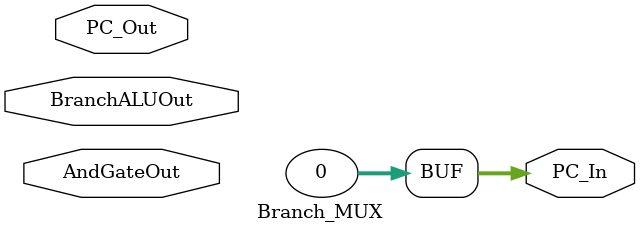
<source format=v>

module Branch_MUX (PC_Out, BranchALUOut, AndGateOut, PC_In);

  input [31:0] PC_Out;
  input [31:0] BranchALUOut;
	input AndGateOut;	
  output reg [31:0] PC_In;

	initial
    begin
		  PC_In <= 0;                   //Initial value of output is set to 0
	  end
	always @(*)
    begin
      case (AndGateOut)             //Checking output of the branch AND Gate
			  0: PCin <= PCout ;          // No branch 
			  1: PCin <= Add_ALUOut;      //Branching Occurs
		  endcase
	  end
endmodule

</source>
